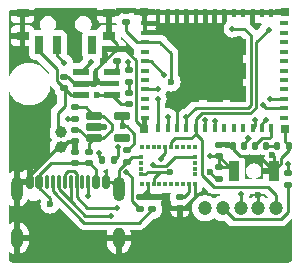
<source format=gtl>
G04 #@! TF.GenerationSoftware,KiCad,Pcbnew,8.0.2-8.0.2-0~ubuntu22.04.1*
G04 #@! TF.CreationDate,2024-06-05T03:13:53-07:00*
G04 #@! TF.ProjectId,uSlime,75536c69-6d65-42e6-9b69-6361645f7063,rev?*
G04 #@! TF.SameCoordinates,Original*
G04 #@! TF.FileFunction,Copper,L1,Top*
G04 #@! TF.FilePolarity,Positive*
%FSLAX46Y46*%
G04 Gerber Fmt 4.6, Leading zero omitted, Abs format (unit mm)*
G04 Created by KiCad (PCBNEW 8.0.2-8.0.2-0~ubuntu22.04.1) date 2024-06-05 03:13:53*
%MOMM*%
%LPD*%
G01*
G04 APERTURE LIST*
G04 Aperture macros list*
%AMRoundRect*
0 Rectangle with rounded corners*
0 $1 Rounding radius*
0 $2 $3 $4 $5 $6 $7 $8 $9 X,Y pos of 4 corners*
0 Add a 4 corners polygon primitive as box body*
4,1,4,$2,$3,$4,$5,$6,$7,$8,$9,$2,$3,0*
0 Add four circle primitives for the rounded corners*
1,1,$1+$1,$2,$3*
1,1,$1+$1,$4,$5*
1,1,$1+$1,$6,$7*
1,1,$1+$1,$8,$9*
0 Add four rect primitives between the rounded corners*
20,1,$1+$1,$2,$3,$4,$5,0*
20,1,$1+$1,$4,$5,$6,$7,0*
20,1,$1+$1,$6,$7,$8,$9,0*
20,1,$1+$1,$8,$9,$2,$3,0*%
%AMFreePoly0*
4,1,6,0.725000,-0.725000,-0.725000,-0.725000,-0.725000,0.125000,-0.125000,0.725000,0.725000,0.725000,0.725000,-0.725000,0.725000,-0.725000,$1*%
G04 Aperture macros list end*
G04 #@! TA.AperFunction,SMDPad,CuDef*
%ADD10RoundRect,0.147500X-0.172500X0.147500X-0.172500X-0.147500X0.172500X-0.147500X0.172500X0.147500X0*%
G04 #@! TD*
G04 #@! TA.AperFunction,SMDPad,CuDef*
%ADD11RoundRect,0.140000X0.170000X-0.140000X0.170000X0.140000X-0.170000X0.140000X-0.170000X-0.140000X0*%
G04 #@! TD*
G04 #@! TA.AperFunction,ComponentPad*
%ADD12C,1.200000*%
G04 #@! TD*
G04 #@! TA.AperFunction,SMDPad,CuDef*
%ADD13RoundRect,0.135000X0.185000X-0.135000X0.185000X0.135000X-0.185000X0.135000X-0.185000X-0.135000X0*%
G04 #@! TD*
G04 #@! TA.AperFunction,SMDPad,CuDef*
%ADD14RoundRect,0.135000X-0.185000X0.135000X-0.185000X-0.135000X0.185000X-0.135000X0.185000X0.135000X0*%
G04 #@! TD*
G04 #@! TA.AperFunction,SMDPad,CuDef*
%ADD15RoundRect,0.140000X-0.170000X0.140000X-0.170000X-0.140000X0.170000X-0.140000X0.170000X0.140000X0*%
G04 #@! TD*
G04 #@! TA.AperFunction,SMDPad,CuDef*
%ADD16RoundRect,0.150000X-0.150000X-0.425000X0.150000X-0.425000X0.150000X0.425000X-0.150000X0.425000X0*%
G04 #@! TD*
G04 #@! TA.AperFunction,SMDPad,CuDef*
%ADD17RoundRect,0.075000X-0.075000X-0.500000X0.075000X-0.500000X0.075000X0.500000X-0.075000X0.500000X0*%
G04 #@! TD*
G04 #@! TA.AperFunction,ComponentPad*
%ADD18O,1.000000X2.100000*%
G04 #@! TD*
G04 #@! TA.AperFunction,ComponentPad*
%ADD19O,1.000000X1.800000*%
G04 #@! TD*
G04 #@! TA.AperFunction,SMDPad,CuDef*
%ADD20RoundRect,0.135000X-0.135000X-0.185000X0.135000X-0.185000X0.135000X0.185000X-0.135000X0.185000X0*%
G04 #@! TD*
G04 #@! TA.AperFunction,SMDPad,CuDef*
%ADD21R,0.304800X0.431800*%
G04 #@! TD*
G04 #@! TA.AperFunction,SMDPad,CuDef*
%ADD22R,0.431800X0.304800*%
G04 #@! TD*
G04 #@! TA.AperFunction,SMDPad,CuDef*
%ADD23RoundRect,0.147500X0.147500X0.172500X-0.147500X0.172500X-0.147500X-0.172500X0.147500X-0.172500X0*%
G04 #@! TD*
G04 #@! TA.AperFunction,SMDPad,CuDef*
%ADD24RoundRect,0.135000X0.135000X0.185000X-0.135000X0.185000X-0.135000X-0.185000X0.135000X-0.185000X0*%
G04 #@! TD*
G04 #@! TA.AperFunction,SMDPad,CuDef*
%ADD25RoundRect,0.140000X0.140000X0.170000X-0.140000X0.170000X-0.140000X-0.170000X0.140000X-0.170000X0*%
G04 #@! TD*
G04 #@! TA.AperFunction,SMDPad,CuDef*
%ADD26R,1.320800X0.508000*%
G04 #@! TD*
G04 #@! TA.AperFunction,SMDPad,CuDef*
%ADD27R,0.800000X0.400000*%
G04 #@! TD*
G04 #@! TA.AperFunction,SMDPad,CuDef*
%ADD28R,0.400000X0.800000*%
G04 #@! TD*
G04 #@! TA.AperFunction,SMDPad,CuDef*
%ADD29FreePoly0,0.000000*%
G04 #@! TD*
G04 #@! TA.AperFunction,SMDPad,CuDef*
%ADD30R,1.450000X1.450000*%
G04 #@! TD*
G04 #@! TA.AperFunction,SMDPad,CuDef*
%ADD31R,0.700000X0.700000*%
G04 #@! TD*
G04 #@! TA.AperFunction,SMDPad,CuDef*
%ADD32R,0.700000X1.500000*%
G04 #@! TD*
G04 #@! TA.AperFunction,SMDPad,CuDef*
%ADD33R,1.000000X0.800000*%
G04 #@! TD*
G04 #@! TA.AperFunction,SMDPad,CuDef*
%ADD34R,0.900000X1.700000*%
G04 #@! TD*
G04 #@! TA.AperFunction,ComponentPad*
%ADD35C,1.000000*%
G04 #@! TD*
G04 #@! TA.AperFunction,SMDPad,CuDef*
%ADD36RoundRect,0.045000X-0.630000X0.255000X-0.630000X-0.255000X0.630000X-0.255000X0.630000X0.255000X0*%
G04 #@! TD*
G04 #@! TA.AperFunction,ViaPad*
%ADD37C,0.600000*%
G04 #@! TD*
G04 #@! TA.AperFunction,ViaPad*
%ADD38C,0.500000*%
G04 #@! TD*
G04 #@! TA.AperFunction,Conductor*
%ADD39C,0.254000*%
G04 #@! TD*
G04 APERTURE END LIST*
D10*
X107950000Y-102015000D03*
X107950000Y-102985000D03*
D11*
X119000000Y-102380000D03*
X119000000Y-101420000D03*
D12*
X117795000Y-106800000D03*
X119295000Y-106800000D03*
X120795000Y-106800000D03*
X122295000Y-106800000D03*
X123795000Y-106800000D03*
D13*
X111300000Y-96160000D03*
X111300000Y-95140000D03*
D11*
X105850000Y-96630000D03*
X105850000Y-95670000D03*
X111100000Y-91030000D03*
X111100000Y-90070000D03*
D14*
X119000000Y-103290000D03*
X119000000Y-104310000D03*
D15*
X106800000Y-100150000D03*
X106800000Y-101110000D03*
D16*
X102950000Y-104570000D03*
X103750000Y-104570000D03*
D17*
X104900000Y-104570000D03*
X105900000Y-104570000D03*
X106400000Y-104570000D03*
X107400000Y-104570000D03*
D16*
X108550000Y-104570000D03*
X109350000Y-104570000D03*
X109350000Y-104570000D03*
X108550000Y-104570000D03*
D17*
X107900000Y-104570000D03*
X106900000Y-104570000D03*
X105400000Y-104570000D03*
X104400000Y-104570000D03*
D16*
X103750000Y-104570000D03*
X102950000Y-104570000D03*
D18*
X101830000Y-105145000D03*
D19*
X101830000Y-109325000D03*
D18*
X110470000Y-105145000D03*
D19*
X110470000Y-109325000D03*
D14*
X112300000Y-105890000D03*
X112300000Y-106910000D03*
D10*
X106800000Y-98265000D03*
X106800000Y-99235000D03*
D15*
X111200000Y-102880000D03*
X111200000Y-101920000D03*
D20*
X109090000Y-102750000D03*
X110110000Y-102750000D03*
D13*
X110300000Y-94310000D03*
X110300000Y-93290000D03*
D21*
X112413999Y-104787500D03*
X112914001Y-104787500D03*
X113414000Y-104787500D03*
X113913999Y-104787500D03*
X114414000Y-104787500D03*
X114914000Y-104787500D03*
X115414001Y-104787500D03*
X115914000Y-104787500D03*
X116413999Y-104787500D03*
X116914001Y-104787500D03*
D22*
X116950000Y-103950001D03*
X116950000Y-103450000D03*
X116950000Y-102950000D03*
X116950000Y-102449999D03*
D21*
X116914001Y-101612500D03*
X116413999Y-101612500D03*
X115914000Y-101612500D03*
X115414001Y-101612500D03*
X114914000Y-101612500D03*
X114414000Y-101612500D03*
X113913999Y-101612500D03*
X113414000Y-101612500D03*
X112914001Y-101612500D03*
X112413999Y-101612500D03*
D22*
X112378000Y-102449999D03*
X112378000Y-102950000D03*
X112378000Y-103450000D03*
X112378000Y-103950001D03*
D23*
X122967500Y-101500000D03*
X121997500Y-101500000D03*
D11*
X115650000Y-106830000D03*
X115650000Y-105870000D03*
D24*
X124892500Y-101500000D03*
X123872500Y-101500000D03*
D14*
X124800000Y-103840000D03*
X124800000Y-104860000D03*
D25*
X121097500Y-101500000D03*
X120137500Y-101500000D03*
D14*
X113300000Y-105890000D03*
X113300000Y-106910000D03*
D26*
X107304600Y-95299999D03*
X107304600Y-96250000D03*
X107304600Y-97200001D03*
X109895400Y-97200001D03*
X109895400Y-95299999D03*
D27*
X112700000Y-91150000D03*
X112700000Y-91950000D03*
X112700000Y-92750000D03*
X112700000Y-93550000D03*
X112700000Y-94350000D03*
X112700000Y-95150000D03*
X112700000Y-95950000D03*
X112700000Y-96750000D03*
X112700000Y-97550000D03*
X112700000Y-98350000D03*
X112700000Y-99150000D03*
D28*
X113800000Y-100050000D03*
X114600000Y-100050000D03*
X115400000Y-100050000D03*
X116200000Y-100050000D03*
X117000000Y-100050000D03*
X117800000Y-100050000D03*
X118600000Y-100050000D03*
X119400000Y-100050000D03*
X120200000Y-100050000D03*
X121000000Y-100050000D03*
X121800000Y-100050000D03*
X122600000Y-100050000D03*
X123400000Y-100050000D03*
D27*
X124500000Y-99150000D03*
X124500000Y-98350000D03*
X124500000Y-97550000D03*
X124500000Y-96750000D03*
X124500000Y-95950000D03*
X124500000Y-95150000D03*
X124500000Y-94350000D03*
X124500000Y-93550000D03*
X124500000Y-92750000D03*
X124500000Y-91950000D03*
X124500000Y-91150000D03*
D28*
X123400000Y-90250000D03*
X122600000Y-90250000D03*
X121800000Y-90250000D03*
X121000000Y-90250000D03*
X120200000Y-90250000D03*
X119400000Y-90250000D03*
X118600000Y-90250000D03*
X117800000Y-90250000D03*
X117000000Y-90250000D03*
X116200000Y-90250000D03*
X115400000Y-90250000D03*
X114600000Y-90250000D03*
X113800000Y-90250000D03*
D29*
X116625000Y-93175000D03*
D30*
X116625000Y-95150000D03*
X116625000Y-97125000D03*
X118600000Y-93175000D03*
X118600000Y-95150000D03*
X118600000Y-97125000D03*
X120575000Y-93175000D03*
X120575000Y-95150000D03*
X120575000Y-97125000D03*
D31*
X124550000Y-90200000D03*
X124550000Y-100100000D03*
X112650000Y-100100000D03*
X112650000Y-90200000D03*
D32*
X105225000Y-92975000D03*
D33*
X109625000Y-92190000D03*
X109625000Y-90260000D03*
X102325000Y-92190000D03*
X102325000Y-90260000D03*
D32*
X103725000Y-92975000D03*
X108225000Y-92975000D03*
D34*
X123600000Y-103650000D03*
X120200000Y-103650000D03*
D35*
X105619000Y-100375000D03*
X105619000Y-101625000D03*
D36*
X108415000Y-99000000D03*
X108415000Y-99950000D03*
X108415000Y-100900000D03*
X110785000Y-100900000D03*
X110785000Y-99000000D03*
D10*
X111300000Y-97985000D03*
X111300000Y-97015000D03*
D11*
X106800000Y-102980000D03*
X106800000Y-102020000D03*
D37*
X122300000Y-105677000D03*
X109223000Y-99950000D03*
X108400000Y-96250000D03*
X123464941Y-102261223D03*
X115000000Y-91950000D03*
D38*
X113800000Y-96750000D03*
X118170000Y-102380000D03*
X122899255Y-99315257D03*
X121454947Y-100875981D03*
D37*
X108650000Y-97200000D03*
X104650000Y-106450000D03*
D38*
X124824631Y-103052239D03*
X122023000Y-99378037D03*
X122658000Y-98040369D03*
X123300000Y-97550000D03*
X110350000Y-106750000D03*
X118600000Y-99400000D03*
X109850000Y-107450003D03*
X117800000Y-99350000D03*
X113350000Y-103150000D03*
X114604027Y-99054027D03*
X123150000Y-91700000D03*
X120100000Y-91600000D03*
X116200000Y-99114218D03*
X114044598Y-102650000D03*
D37*
X118177000Y-103750000D03*
X114850000Y-103750000D03*
X110800000Y-99850000D03*
X114900000Y-96123000D03*
D38*
X114323000Y-95500000D03*
X120795000Y-105605000D03*
X113766999Y-97550000D03*
X110446328Y-101650000D03*
X107900000Y-105750000D03*
X111123000Y-103700000D03*
X111250000Y-94450000D03*
X108150000Y-94400000D03*
X105850000Y-94500000D03*
X108760000Y-102123000D03*
X106175000Y-99225000D03*
D39*
X106800000Y-98265000D02*
X107680000Y-98265000D01*
X107680000Y-98265000D02*
X108415000Y-99000000D01*
X106175000Y-99225000D02*
X106790000Y-99225000D01*
X106790000Y-99225000D02*
X106800000Y-99235000D01*
X108415000Y-99000000D02*
X109159712Y-99000000D01*
X109159712Y-99000000D02*
X109861333Y-99701621D01*
X109861333Y-99701621D02*
X109861333Y-100198379D01*
X109861333Y-100198379D02*
X109159712Y-100900000D01*
X109159712Y-100900000D02*
X108415000Y-100900000D01*
X111126998Y-102880000D02*
X110470000Y-103536998D01*
X115000000Y-91950000D02*
X115400000Y-91950000D01*
X111200000Y-102880000D02*
X111126998Y-102880000D01*
X112300000Y-105890000D02*
X113300000Y-105890000D01*
X112914001Y-105275999D02*
X112300000Y-105890000D01*
X102950000Y-104570000D02*
X102405000Y-104570000D01*
X112700000Y-91950000D02*
X112700000Y-90250000D01*
X112650000Y-100100000D02*
X112650000Y-99200000D01*
X124550000Y-100100000D02*
X124550000Y-101157500D01*
X115030000Y-106830000D02*
X115650000Y-106830000D01*
X111630001Y-102449999D02*
X111200000Y-102880000D01*
X106739999Y-96250000D02*
X107304600Y-96250000D01*
X111947000Y-99397000D02*
X111947000Y-94297000D01*
X112914001Y-104787500D02*
X112914001Y-105504001D01*
X115400000Y-91950000D02*
X116625000Y-93175000D01*
X102950000Y-104570000D02*
X102950000Y-103995001D01*
X102405000Y-104570000D02*
X101830000Y-105145000D01*
X123600000Y-103650000D02*
X124250000Y-103000000D01*
X122295000Y-105682000D02*
X122300000Y-105677000D01*
X115650000Y-106830000D02*
X115959999Y-106830000D01*
X112378000Y-102449999D02*
X111630001Y-102449999D01*
X106800000Y-102015000D02*
X106869318Y-102015000D01*
X112914001Y-104787500D02*
X112914001Y-105275999D01*
X108415000Y-99950000D02*
X109223000Y-99950000D01*
X122350000Y-102400000D02*
X123600000Y-103650000D01*
X109350000Y-104570000D02*
X109895000Y-104570000D01*
X105320001Y-101625000D02*
X105619000Y-101625000D01*
X111947000Y-94297000D02*
X110940000Y-93290000D01*
X101830000Y-109325000D02*
X101830000Y-105145000D01*
X115400000Y-100050000D02*
X115400000Y-98350000D01*
X102950000Y-103995001D02*
X105320001Y-101625000D01*
X106134000Y-101110000D02*
X106800000Y-101110000D01*
X124250000Y-102550000D02*
X124892500Y-101907500D01*
X112520000Y-90070000D02*
X112650000Y-90200000D01*
X112700000Y-90250000D02*
X112650000Y-90200000D01*
X109895000Y-104570000D02*
X110470000Y-105145000D01*
X119000000Y-101420000D02*
X120057500Y-101420000D01*
X110940000Y-93290000D02*
X110300000Y-93290000D01*
X113300000Y-105890000D02*
X114090000Y-105890000D01*
X115959999Y-106830000D02*
X116914001Y-105875998D01*
X111100000Y-90070000D02*
X112520000Y-90070000D01*
X112914001Y-105504001D02*
X113300000Y-105890000D01*
X109625000Y-90260000D02*
X109625000Y-92190000D01*
X106800000Y-102020000D02*
X106800000Y-101110000D01*
X116914001Y-105875998D02*
X116914001Y-104787500D01*
X110300000Y-92865000D02*
X109625000Y-92190000D01*
X108400000Y-96250000D02*
X107304600Y-96250000D01*
X108400000Y-95190000D02*
X110300000Y-93290000D01*
X114090000Y-105890000D02*
X115030000Y-106830000D01*
X120137500Y-101809999D02*
X120727501Y-102400000D01*
X102325000Y-90260000D02*
X102325000Y-92190000D01*
X102325000Y-90260000D02*
X109625000Y-90260000D01*
X123600000Y-103650000D02*
X123600000Y-102396282D01*
X110470000Y-109325000D02*
X101830000Y-109325000D01*
X110300000Y-93290000D02*
X110300000Y-92865000D01*
X124250000Y-103000000D02*
X124250000Y-102550000D01*
X112650000Y-100100000D02*
X111947000Y-99397000D01*
X124892500Y-101907500D02*
X124892500Y-101500000D01*
X115400000Y-98350000D02*
X116625000Y-97125000D01*
X115000000Y-91950000D02*
X112700000Y-91950000D01*
X105619000Y-101625000D02*
X106134000Y-101110000D01*
X106159999Y-95670000D02*
X106739999Y-96250000D01*
X109815000Y-90070000D02*
X109625000Y-90260000D01*
X120727501Y-102400000D02*
X122350000Y-102400000D01*
X120137500Y-101500000D02*
X120137500Y-101809999D01*
X112650000Y-99200000D02*
X112700000Y-99150000D01*
X105850000Y-95670000D02*
X106159999Y-95670000D01*
X112650000Y-90200000D02*
X124550000Y-90200000D01*
X120057500Y-101420000D02*
X120137500Y-101500000D01*
X123600000Y-102396282D02*
X123464941Y-102261223D01*
X122295000Y-106800000D02*
X122295000Y-105682000D01*
X111100000Y-90070000D02*
X109815000Y-90070000D01*
X108400000Y-96250000D02*
X108400000Y-95190000D01*
X124550000Y-101157500D02*
X124892500Y-101500000D01*
X110470000Y-103536998D02*
X110470000Y-105145000D01*
X103725000Y-92975000D02*
X103725000Y-93525000D01*
X105213000Y-96022801D02*
X106390200Y-97200001D01*
X105323000Y-100079000D02*
X105619000Y-100375000D01*
X105900000Y-98183998D02*
X105323000Y-98760998D01*
X105323000Y-98760998D02*
X105323000Y-100079000D01*
X105900000Y-96680000D02*
X105900000Y-98183998D01*
X106390200Y-97200001D02*
X107304600Y-97200001D01*
X105213000Y-95013000D02*
X105213000Y-96022801D01*
X103725000Y-93525000D02*
X105213000Y-95013000D01*
X105850000Y-96630000D02*
X105900000Y-96680000D01*
X119840000Y-103290000D02*
X120200000Y-103650000D01*
X119000000Y-102380000D02*
X119000000Y-102450000D01*
X119000000Y-102450000D02*
X120200000Y-103650000D01*
X118170000Y-102380000D02*
X119000000Y-102380000D01*
X119000000Y-103290000D02*
X119840000Y-103290000D01*
X113800000Y-96750000D02*
X112700000Y-96750000D01*
X119000000Y-102380000D02*
X119000000Y-103290000D01*
X121097500Y-101321572D02*
X121548771Y-100870301D01*
X122899255Y-99315257D02*
X122600000Y-99614512D01*
X121460627Y-100870301D02*
X121454947Y-100875981D01*
X122600000Y-99614512D02*
X122600000Y-100050000D01*
X121097500Y-101500000D02*
X121097500Y-101321572D01*
X121548771Y-100870301D02*
X121460627Y-100870301D01*
X106800000Y-102985000D02*
X104760001Y-102985000D01*
X108550000Y-103530000D02*
X108550000Y-104570000D01*
X104650000Y-106450000D02*
X104650000Y-105965592D01*
X103750000Y-103995001D02*
X103750000Y-104570000D01*
X110680399Y-97985000D02*
X111300000Y-97985000D01*
X109895400Y-97200001D02*
X108650001Y-97200001D01*
X107705000Y-102985000D02*
X107720000Y-103000000D01*
X103750000Y-105065592D02*
X103750000Y-104570000D01*
X108650001Y-97200001D02*
X108650000Y-97200000D01*
X108020000Y-103000000D02*
X108550000Y-103530000D01*
X104760001Y-102985000D02*
X103750000Y-103995001D01*
X104650000Y-105965592D02*
X103750000Y-105065592D01*
X109895400Y-97200001D02*
X110680399Y-97985000D01*
X107720000Y-103000000D02*
X108020000Y-103000000D01*
X106800000Y-102985000D02*
X107705000Y-102985000D01*
X111300000Y-97015000D02*
X111300000Y-96160000D01*
X124800000Y-103840000D02*
X124800000Y-103050000D01*
X124822392Y-103050000D02*
X124824631Y-103052239D01*
X122023000Y-99827000D02*
X121800000Y-100050000D01*
X124800000Y-103050000D02*
X124822392Y-103050000D01*
X122023000Y-99378037D02*
X122023000Y-99827000D01*
X107859999Y-100900000D02*
X108415000Y-100900000D01*
X107950000Y-102015000D02*
X107950000Y-101365000D01*
X107109999Y-100150000D02*
X107859999Y-100900000D01*
X107984318Y-100900000D02*
X108415000Y-100900000D01*
X106800000Y-100150000D02*
X107109999Y-100150000D01*
X107950000Y-101365000D02*
X108415000Y-100900000D01*
X122967631Y-98350000D02*
X124500000Y-98350000D01*
X122658000Y-98040369D02*
X122967631Y-98350000D01*
X123300000Y-97550000D02*
X124500000Y-97550000D01*
X107750000Y-106750000D02*
X106900000Y-105900000D01*
X105900000Y-104570000D02*
X105900000Y-103924408D01*
X110350000Y-106750000D02*
X107750000Y-106750000D01*
X118600000Y-100050000D02*
X118600000Y-99400000D01*
X106156408Y-103668000D02*
X106643592Y-103668000D01*
X106643592Y-103668000D02*
X106900000Y-103924408D01*
X106900000Y-105900000D02*
X106900000Y-104570000D01*
X106900000Y-103924408D02*
X106900000Y-104570000D01*
X105900000Y-103924408D02*
X106156408Y-103668000D01*
X115650000Y-105870000D02*
X115959999Y-105870000D01*
X116413999Y-105416000D02*
X116413999Y-104787500D01*
X115959999Y-105870000D02*
X116413999Y-105416000D01*
X117800000Y-99350000D02*
X117800000Y-100050000D01*
X106592204Y-106407796D02*
X105400000Y-105215592D01*
X109850000Y-107450003D02*
X109849997Y-107450000D01*
X105400000Y-105215592D02*
X105400000Y-104570000D01*
X109849997Y-107450000D02*
X107634408Y-107450000D01*
X106400000Y-104570000D02*
X106400000Y-106215592D01*
X107634408Y-107450000D02*
X106592204Y-106407796D01*
X106400000Y-106215592D02*
X106592204Y-106407796D01*
X114604027Y-99591973D02*
X114600000Y-99596000D01*
X114486288Y-103227000D02*
X115263289Y-102449999D01*
X115263289Y-102449999D02*
X116950000Y-102449999D01*
X113350000Y-103150000D02*
X113427000Y-103227000D01*
X114604027Y-99054027D02*
X114604027Y-99591973D01*
X113427000Y-103227000D02*
X114486288Y-103227000D01*
X114600000Y-99596000D02*
X114600000Y-100050000D01*
X116600000Y-100900000D02*
X117000000Y-100500000D01*
X123100000Y-105000000D02*
X123795000Y-105695000D01*
X118540288Y-105000000D02*
X123100000Y-105000000D01*
X123795000Y-105695000D02*
X123795000Y-106800000D01*
X114914000Y-101612500D02*
X114914000Y-101214000D01*
X117000000Y-100500000D02*
X117000000Y-100050000D01*
X122081000Y-92769000D02*
X123150000Y-91700000D01*
X117000000Y-99250000D02*
X117496000Y-98754000D01*
X117496000Y-98754000D02*
X121611052Y-98754000D01*
X121611052Y-98754000D02*
X122081000Y-98284052D01*
X117550000Y-101050000D02*
X117550000Y-104009712D01*
X115228000Y-100900000D02*
X116600000Y-100900000D01*
X117000000Y-100050000D02*
X117000000Y-99250000D01*
X117550000Y-104009712D02*
X118540288Y-105000000D01*
X122081000Y-98284052D02*
X122081000Y-92769000D01*
X114914000Y-101214000D02*
X115228000Y-100900000D01*
X117000000Y-100500000D02*
X117550000Y-101050000D01*
X121423000Y-98300000D02*
X117014218Y-98300000D01*
X120100000Y-91600000D02*
X121104000Y-91600000D01*
X117014218Y-98300000D02*
X116200000Y-99114218D01*
X116200000Y-99114218D02*
X116200000Y-100050000D01*
X121627000Y-92123000D02*
X121627000Y-98096000D01*
X121104000Y-91600000D02*
X121627000Y-92123000D01*
X121627000Y-98096000D02*
X121423000Y-98300000D01*
X114414000Y-102134799D02*
X114414000Y-101612500D01*
X114044598Y-102650000D02*
X114044598Y-102504201D01*
X114044598Y-102504201D02*
X114414000Y-102134799D01*
X124800000Y-107105976D02*
X124178976Y-107727000D01*
X120222000Y-107727000D02*
X119295000Y-106800000D01*
X111787000Y-101333000D02*
X111200000Y-101920000D01*
X114900000Y-96123000D02*
X114900000Y-93700000D01*
X118177000Y-103750000D02*
X118737000Y-104310000D01*
X111787000Y-100489666D02*
X111787000Y-101333000D01*
X111147334Y-99850000D02*
X111787000Y-100489666D01*
X112700000Y-92750000D02*
X114000000Y-92750000D01*
X114000000Y-92800000D02*
X114000000Y-92750000D01*
X113944600Y-103750000D02*
X113414000Y-104280600D01*
X112720899Y-103950001D02*
X112378000Y-103950001D01*
X124800000Y-104860000D02*
X124800000Y-107105976D01*
X124178976Y-107727000D02*
X120222000Y-107727000D01*
X112920900Y-103750000D02*
X112720899Y-103950001D01*
X112046000Y-92750000D02*
X112700000Y-92750000D01*
X110800000Y-99850000D02*
X111147334Y-99850000D01*
X114900000Y-93700000D02*
X114000000Y-92800000D01*
X110785000Y-99835000D02*
X110785000Y-99000000D01*
X114850000Y-103750000D02*
X113944600Y-103750000D01*
X111100000Y-91804000D02*
X112046000Y-92750000D01*
X113414000Y-104280600D02*
X113414000Y-104787500D01*
X118737000Y-104310000D02*
X119000000Y-104310000D01*
X110800000Y-99850000D02*
X110785000Y-99835000D01*
X114850000Y-103750000D02*
X112920900Y-103750000D01*
X111100000Y-91030000D02*
X111100000Y-91804000D01*
X113173000Y-94350000D02*
X112700000Y-94350000D01*
X114323000Y-95500000D02*
X113173000Y-94350000D01*
X120795000Y-106800000D02*
X120795000Y-105605000D01*
X110110000Y-102750000D02*
X110446328Y-102413672D01*
X110446328Y-102413672D02*
X110446328Y-101650000D01*
X113766999Y-97550000D02*
X113800000Y-97583001D01*
X113800000Y-97583001D02*
X113800000Y-100050000D01*
X107900000Y-104570000D02*
X107900000Y-105750000D01*
X111600000Y-106210000D02*
X112300000Y-106910000D01*
X111123000Y-103700000D02*
X111600000Y-104177000D01*
X111600000Y-104177000D02*
X111600000Y-106210000D01*
X112182997Y-108027003D02*
X107569359Y-108027003D01*
X104900000Y-105357644D02*
X104900000Y-104570000D01*
X113300000Y-106910000D02*
X112182997Y-108027003D01*
X107569359Y-108027003D02*
X104900000Y-105357644D01*
X111250000Y-94450000D02*
X111250000Y-95090000D01*
X111250000Y-95090000D02*
X111300000Y-95140000D01*
X107304600Y-95299999D02*
X107304600Y-95245400D01*
X107304600Y-95245400D02*
X108150000Y-94400000D01*
X110300000Y-94895399D02*
X109895400Y-95299999D01*
X110300000Y-94310000D02*
X110300000Y-94895399D01*
X123251000Y-100853000D02*
X123400000Y-100704000D01*
X121997500Y-101474868D02*
X122619368Y-100853000D01*
X123400000Y-100704000D02*
X123400000Y-100050000D01*
X121997500Y-101500000D02*
X121997500Y-101474868D01*
X122619368Y-100853000D02*
X123251000Y-100853000D01*
X123872500Y-101500000D02*
X122967500Y-101500000D01*
X105225000Y-93875000D02*
X105850000Y-94500000D01*
X108760000Y-102420000D02*
X108760000Y-102123000D01*
X109090000Y-102750000D02*
X108760000Y-102420000D01*
X105225000Y-92975000D02*
X105225000Y-93875000D01*
G04 #@! TA.AperFunction,Conductor*
G36*
X117650049Y-104997180D02*
G01*
X118052877Y-105400008D01*
X118140280Y-105487411D01*
X118243055Y-105556083D01*
X118290358Y-105575676D01*
X118357254Y-105603386D01*
X118478485Y-105627500D01*
X118602091Y-105627500D01*
X119049397Y-105627500D01*
X119084045Y-105641852D01*
X119098397Y-105676500D01*
X119084045Y-105711148D01*
X119058403Y-105724664D01*
X118992544Y-105736976D01*
X118992540Y-105736977D01*
X118992537Y-105736978D01*
X118802366Y-105810650D01*
X118628957Y-105918020D01*
X118578011Y-105964463D01*
X118542736Y-105977199D01*
X118511989Y-105964463D01*
X118461042Y-105918020D01*
X118461041Y-105918019D01*
X118287637Y-105810652D01*
X118287634Y-105810651D01*
X118287633Y-105810650D01*
X118097462Y-105736978D01*
X118097460Y-105736977D01*
X118097456Y-105736976D01*
X117896976Y-105699500D01*
X117693024Y-105699500D01*
X117492544Y-105736976D01*
X117492540Y-105736977D01*
X117492537Y-105736978D01*
X117302366Y-105810650D01*
X117128954Y-105918022D01*
X116978236Y-106055420D01*
X116978233Y-106055423D01*
X116855328Y-106218177D01*
X116855325Y-106218181D01*
X116764420Y-106400744D01*
X116764417Y-106400751D01*
X116708603Y-106596914D01*
X116708602Y-106596920D01*
X116689785Y-106800000D01*
X116708602Y-107003079D01*
X116708603Y-107003085D01*
X116764417Y-107199248D01*
X116764420Y-107199255D01*
X116855325Y-107381818D01*
X116855328Y-107381822D01*
X116978233Y-107544576D01*
X116978236Y-107544579D01*
X117128954Y-107681977D01*
X117128955Y-107681978D01*
X117128959Y-107681981D01*
X117302363Y-107789348D01*
X117492544Y-107863024D01*
X117693024Y-107900500D01*
X117693026Y-107900500D01*
X117896974Y-107900500D01*
X117896976Y-107900500D01*
X118097456Y-107863024D01*
X118287637Y-107789348D01*
X118461041Y-107681981D01*
X118511990Y-107635534D01*
X118547262Y-107622798D01*
X118578008Y-107635533D01*
X118628959Y-107681981D01*
X118802363Y-107789348D01*
X118992544Y-107863024D01*
X119193024Y-107900500D01*
X119193026Y-107900500D01*
X119396974Y-107900500D01*
X119396976Y-107900500D01*
X119465194Y-107887747D01*
X119501889Y-107895488D01*
X119508846Y-107901265D01*
X119821992Y-108214411D01*
X119924763Y-108283081D01*
X119924765Y-108283082D01*
X119924767Y-108283083D01*
X119958215Y-108296937D01*
X120038965Y-108330386D01*
X120160197Y-108354500D01*
X120160200Y-108354500D01*
X124240776Y-108354500D01*
X124240779Y-108354500D01*
X124362011Y-108330386D01*
X124442758Y-108296938D01*
X124442759Y-108296938D01*
X124455115Y-108291819D01*
X124476209Y-108283083D01*
X124578984Y-108214411D01*
X124666387Y-108127008D01*
X125064753Y-107728641D01*
X125099399Y-107714290D01*
X125134047Y-107728642D01*
X125148399Y-107763273D01*
X125149499Y-110947237D01*
X125149191Y-110952741D01*
X125137593Y-111055666D01*
X125135151Y-111066362D01*
X125101858Y-111161512D01*
X125097097Y-111171399D01*
X125043461Y-111256759D01*
X125036620Y-111265337D01*
X124965337Y-111336620D01*
X124956759Y-111343461D01*
X124871399Y-111397097D01*
X124861512Y-111401858D01*
X124766362Y-111435151D01*
X124755666Y-111437593D01*
X124659877Y-111448386D01*
X124652732Y-111449192D01*
X124647247Y-111449500D01*
X101652753Y-111449500D01*
X101647267Y-111449192D01*
X101639061Y-111448267D01*
X101544333Y-111437593D01*
X101533637Y-111435151D01*
X101469221Y-111412612D01*
X101438484Y-111401856D01*
X101428603Y-111397098D01*
X101343240Y-111343461D01*
X101334662Y-111336620D01*
X101263379Y-111265337D01*
X101256538Y-111256759D01*
X101202899Y-111171393D01*
X101198144Y-111161519D01*
X101164847Y-111066361D01*
X101162406Y-111055665D01*
X101150808Y-110952733D01*
X101150500Y-110947247D01*
X101150500Y-110565335D01*
X101164852Y-110530687D01*
X101199500Y-110516335D01*
X101226723Y-110524593D01*
X101356325Y-110611190D01*
X101538310Y-110686570D01*
X101580000Y-110694862D01*
X101580000Y-109891988D01*
X101589940Y-109909205D01*
X101645795Y-109965060D01*
X101714204Y-110004556D01*
X101790504Y-110025000D01*
X101869496Y-110025000D01*
X101945796Y-110004556D01*
X102014205Y-109965060D01*
X102070060Y-109909205D01*
X102080000Y-109891988D01*
X102080000Y-110694862D01*
X102121689Y-110686570D01*
X102121690Y-110686570D01*
X102303674Y-110611190D01*
X102467460Y-110501753D01*
X102606753Y-110362460D01*
X102716190Y-110198674D01*
X102791570Y-110016690D01*
X102791570Y-110016689D01*
X102830000Y-109823487D01*
X102830000Y-109575000D01*
X102130000Y-109575000D01*
X102130000Y-109075000D01*
X102830000Y-109075000D01*
X102830000Y-108826512D01*
X102791570Y-108633310D01*
X102791570Y-108633309D01*
X102716190Y-108451325D01*
X102606753Y-108287539D01*
X102467460Y-108148246D01*
X102303674Y-108038809D01*
X102121691Y-107963429D01*
X102121682Y-107963426D01*
X102080000Y-107955135D01*
X102080000Y-108758011D01*
X102070060Y-108740795D01*
X102014205Y-108684940D01*
X101945796Y-108645444D01*
X101869496Y-108625000D01*
X101790504Y-108625000D01*
X101714204Y-108645444D01*
X101645795Y-108684940D01*
X101589940Y-108740795D01*
X101580000Y-108758011D01*
X101580000Y-107955135D01*
X101579999Y-107955135D01*
X101538317Y-107963426D01*
X101538308Y-107963429D01*
X101356325Y-108038809D01*
X101226723Y-108125406D01*
X101189940Y-108132722D01*
X101158758Y-108111887D01*
X101150500Y-108084664D01*
X101150500Y-106535335D01*
X101164852Y-106500687D01*
X101199500Y-106486335D01*
X101226723Y-106494593D01*
X101356325Y-106581190D01*
X101538310Y-106656570D01*
X101580000Y-106664862D01*
X101580000Y-105861988D01*
X101589940Y-105879205D01*
X101645795Y-105935060D01*
X101714204Y-105974556D01*
X101790504Y-105995000D01*
X101869496Y-105995000D01*
X101945796Y-105974556D01*
X102014205Y-105935060D01*
X102070060Y-105879205D01*
X102080000Y-105861988D01*
X102080000Y-106664862D01*
X102121689Y-106656570D01*
X102121690Y-106656570D01*
X102303674Y-106581190D01*
X102467460Y-106471753D01*
X102606753Y-106332460D01*
X102716190Y-106168674D01*
X102762405Y-106057101D01*
X102788923Y-106030582D01*
X102826426Y-106030582D01*
X102842323Y-106041204D01*
X102875810Y-106074690D01*
X102906635Y-106105515D01*
X102936054Y-106122500D01*
X103037862Y-106181280D01*
X103037864Y-106181280D01*
X103037865Y-106181281D01*
X103153303Y-106212212D01*
X103184230Y-106220499D01*
X103184231Y-106220500D01*
X103184234Y-106220500D01*
X103335769Y-106220500D01*
X103335769Y-106220499D01*
X103482135Y-106181281D01*
X103613365Y-106105515D01*
X103720515Y-105998365D01*
X103722786Y-105996094D01*
X103724104Y-105997412D01*
X103751414Y-105981602D01*
X103787651Y-105991265D01*
X103792516Y-105995527D01*
X103895507Y-106098518D01*
X103909859Y-106133166D01*
X103907109Y-106149349D01*
X103864634Y-106270738D01*
X103864631Y-106270750D01*
X103844435Y-106450000D01*
X103864631Y-106629249D01*
X103864633Y-106629258D01*
X103924212Y-106799526D01*
X104015461Y-106944745D01*
X104020184Y-106952262D01*
X104147738Y-107079816D01*
X104147740Y-107079817D01*
X104300473Y-107175787D01*
X104300477Y-107175788D01*
X104300478Y-107175789D01*
X104470745Y-107235368D01*
X104650000Y-107255565D01*
X104829255Y-107235368D01*
X104999522Y-107175789D01*
X104999524Y-107175787D01*
X104999526Y-107175787D01*
X105055596Y-107140555D01*
X105152262Y-107079816D01*
X105279816Y-106952262D01*
X105373456Y-106803233D01*
X105404041Y-106781533D01*
X105441014Y-106787814D01*
X105449593Y-106794656D01*
X107081948Y-108427011D01*
X107169351Y-108514414D01*
X107272126Y-108583086D01*
X107319429Y-108602679D01*
X107386325Y-108630389D01*
X107507556Y-108654503D01*
X107507559Y-108654503D01*
X109444508Y-108654503D01*
X109479156Y-108668855D01*
X109493508Y-108703503D01*
X109492566Y-108713063D01*
X109470000Y-108826505D01*
X109470000Y-109075000D01*
X110170000Y-109075000D01*
X110170000Y-109575000D01*
X109470000Y-109575000D01*
X109470000Y-109823487D01*
X109508429Y-110016689D01*
X109508429Y-110016690D01*
X109583809Y-110198674D01*
X109693246Y-110362460D01*
X109832539Y-110501753D01*
X109996325Y-110611190D01*
X110178310Y-110686570D01*
X110220000Y-110694862D01*
X110220000Y-109891988D01*
X110229940Y-109909205D01*
X110285795Y-109965060D01*
X110354204Y-110004556D01*
X110430504Y-110025000D01*
X110509496Y-110025000D01*
X110585796Y-110004556D01*
X110654205Y-109965060D01*
X110710060Y-109909205D01*
X110720000Y-109891988D01*
X110720000Y-110694862D01*
X110761689Y-110686570D01*
X110761690Y-110686570D01*
X110943674Y-110611190D01*
X111107460Y-110501753D01*
X111246753Y-110362460D01*
X111356190Y-110198674D01*
X111431570Y-110016690D01*
X111431570Y-110016689D01*
X111470000Y-109823487D01*
X111470000Y-109575000D01*
X110770000Y-109575000D01*
X110770000Y-109075000D01*
X111470000Y-109075000D01*
X111470000Y-108826510D01*
X111469999Y-108826505D01*
X111447434Y-108713063D01*
X111454750Y-108676280D01*
X111485932Y-108655445D01*
X111495492Y-108654503D01*
X112244797Y-108654503D01*
X112244800Y-108654503D01*
X112366032Y-108630389D01*
X112446779Y-108596941D01*
X112446780Y-108596941D01*
X112459136Y-108591822D01*
X112480230Y-108583086D01*
X112583005Y-108514414D01*
X112670408Y-108427011D01*
X113402567Y-107694850D01*
X113437215Y-107680499D01*
X113549179Y-107680499D01*
X113549180Y-107680499D01*
X113549185Y-107680498D01*
X113549194Y-107680498D01*
X113569469Y-107678902D01*
X113585204Y-107677665D01*
X113739393Y-107632869D01*
X113877598Y-107551135D01*
X113991135Y-107437598D01*
X114072869Y-107299393D01*
X114117665Y-107145204D01*
X114120500Y-107109181D01*
X114120500Y-107080000D01*
X114845495Y-107080000D01*
X114887968Y-107226197D01*
X114970277Y-107365373D01*
X114970281Y-107365378D01*
X115084621Y-107479718D01*
X115084626Y-107479722D01*
X115223801Y-107562030D01*
X115379088Y-107607145D01*
X115379084Y-107607145D01*
X115399999Y-107608790D01*
X115400000Y-107608790D01*
X115900000Y-107608790D01*
X115920913Y-107607145D01*
X116076198Y-107562030D01*
X116215373Y-107479722D01*
X116215378Y-107479718D01*
X116329718Y-107365378D01*
X116329722Y-107365373D01*
X116412031Y-107226197D01*
X116454505Y-107080000D01*
X115900000Y-107080000D01*
X115900000Y-107608790D01*
X115400000Y-107608790D01*
X115400000Y-107080000D01*
X114845495Y-107080000D01*
X114120500Y-107080000D01*
X114120499Y-106710820D01*
X114117665Y-106674796D01*
X114072869Y-106520607D01*
X114016001Y-106424449D01*
X114010717Y-106387323D01*
X114016002Y-106374564D01*
X114072405Y-106279194D01*
X114112845Y-106140000D01*
X113557459Y-106140000D01*
X113553618Y-106139849D01*
X113551634Y-106139693D01*
X113549181Y-106139500D01*
X113549178Y-106139500D01*
X113050820Y-106139500D01*
X113050815Y-106139501D01*
X113047892Y-106139731D01*
X113046393Y-106139849D01*
X113042552Y-106140000D01*
X112557459Y-106140000D01*
X112553618Y-106139849D01*
X112549188Y-106139500D01*
X112549181Y-106139500D01*
X112437215Y-106139500D01*
X112402567Y-106125148D01*
X112241852Y-105964433D01*
X112227500Y-105929785D01*
X112227500Y-105689000D01*
X112241852Y-105654352D01*
X112276500Y-105640000D01*
X114112845Y-105640000D01*
X114112844Y-105639999D01*
X114090855Y-105564311D01*
X114094970Y-105527034D01*
X114124238Y-105503586D01*
X114132671Y-105501921D01*
X114146079Y-105500479D01*
X114158761Y-105499116D01*
X114169234Y-105499116D01*
X114213727Y-105503900D01*
X114614272Y-105503899D01*
X114614277Y-105503899D01*
X114641629Y-105500957D01*
X114658762Y-105499116D01*
X114669235Y-105499116D01*
X114713727Y-105503900D01*
X114813442Y-105503899D01*
X114848090Y-105518250D01*
X114862442Y-105552899D01*
X114860496Y-105566569D01*
X114842357Y-105629004D01*
X114842356Y-105629008D01*
X114839500Y-105665307D01*
X114839500Y-106074692D01*
X114842356Y-106110991D01*
X114842356Y-106110993D01*
X114887507Y-106266398D01*
X114922488Y-106325547D01*
X114927773Y-106362675D01*
X114922489Y-106375433D01*
X114887966Y-106433807D01*
X114845494Y-106579999D01*
X114845495Y-106580000D01*
X115172165Y-106580000D01*
X115197107Y-106586823D01*
X115223605Y-106602494D01*
X115379007Y-106647643D01*
X115415310Y-106650500D01*
X115415321Y-106650500D01*
X115884679Y-106650500D01*
X115884690Y-106650500D01*
X115920993Y-106647643D01*
X116076395Y-106602494D01*
X116102892Y-106586823D01*
X116127835Y-106580000D01*
X116454505Y-106580000D01*
X116454505Y-106579999D01*
X116412032Y-106433804D01*
X116383656Y-106385825D01*
X116378371Y-106348696D01*
X116391181Y-106326236D01*
X116447410Y-106270008D01*
X116901410Y-105816008D01*
X116906629Y-105808197D01*
X116970082Y-105713233D01*
X116985297Y-105676500D01*
X116994254Y-105654877D01*
X116994254Y-105654876D01*
X117000416Y-105639999D01*
X117017385Y-105599035D01*
X117028562Y-105542840D01*
X117049398Y-105511658D01*
X117076621Y-105503400D01*
X117114235Y-105503400D01*
X117173773Y-105496998D01*
X117173774Y-105496998D01*
X117308492Y-105446751D01*
X117423589Y-105360588D01*
X117509752Y-105245491D01*
X117559999Y-105110773D01*
X117559999Y-105110772D01*
X117566401Y-105051234D01*
X117566401Y-105031828D01*
X117580753Y-104997180D01*
X117615401Y-104982828D01*
X117650049Y-104997180D01*
G37*
G04 #@! TD.AperFunction*
G04 #@! TA.AperFunction,Conductor*
G36*
X122854433Y-105641852D02*
G01*
X123093530Y-105880949D01*
X123107882Y-105915597D01*
X123093530Y-105950245D01*
X123091891Y-105951810D01*
X123077636Y-105964804D01*
X123042362Y-105977539D01*
X123011615Y-105964802D01*
X122960739Y-105918421D01*
X122787409Y-105811099D01*
X122597325Y-105737461D01*
X122528878Y-105724666D01*
X122497457Y-105704192D01*
X122489716Y-105667496D01*
X122510190Y-105636075D01*
X122537882Y-105627500D01*
X122819785Y-105627500D01*
X122854433Y-105641852D01*
G37*
G04 #@! TD.AperFunction*
G04 #@! TA.AperFunction,Conductor*
G36*
X122086766Y-105641852D02*
G01*
X122101118Y-105676500D01*
X122086766Y-105711148D01*
X122061122Y-105724666D01*
X121992674Y-105737461D01*
X121802590Y-105811099D01*
X121629257Y-105918423D01*
X121578380Y-105964802D01*
X121543106Y-105977538D01*
X121512359Y-105964801D01*
X121499798Y-105953350D01*
X121483861Y-105919402D01*
X121486559Y-105900956D01*
X121531313Y-105773059D01*
X121542811Y-105671013D01*
X121560952Y-105638190D01*
X121591503Y-105627500D01*
X122052118Y-105627500D01*
X122086766Y-105641852D01*
G37*
G04 #@! TD.AperFunction*
G04 #@! TA.AperFunction,Conductor*
G36*
X104773119Y-96470339D02*
G01*
X105025148Y-96722368D01*
X105039500Y-96757016D01*
X105039500Y-96834692D01*
X105042356Y-96870991D01*
X105042356Y-96870993D01*
X105087507Y-97026398D01*
X105169879Y-97165682D01*
X105169883Y-97165687D01*
X105258148Y-97253952D01*
X105272500Y-97288600D01*
X105272500Y-97903783D01*
X105258148Y-97938431D01*
X104835588Y-98360990D01*
X104766914Y-98463770D01*
X104758935Y-98483034D01*
X104758935Y-98483035D01*
X104719615Y-98577959D01*
X104719611Y-98577974D01*
X104698180Y-98685715D01*
X104698181Y-98685716D01*
X104695500Y-98699195D01*
X104695500Y-99968057D01*
X104690553Y-99987815D01*
X104691109Y-99988046D01*
X104690185Y-99990276D01*
X104632976Y-100178866D01*
X104632976Y-100178867D01*
X104613659Y-100374999D01*
X104613659Y-100375000D01*
X104632976Y-100571132D01*
X104632976Y-100571133D01*
X104690185Y-100759726D01*
X104690186Y-100759727D01*
X104781466Y-100930500D01*
X104783092Y-100933541D01*
X104783094Y-100933544D01*
X104812445Y-100969307D01*
X104823332Y-101005195D01*
X104812446Y-101031478D01*
X104783507Y-101066741D01*
X104690654Y-101240456D01*
X104690649Y-101240468D01*
X104633470Y-101428961D01*
X104633468Y-101428969D01*
X104614161Y-101624999D01*
X104633468Y-101821030D01*
X104633470Y-101821038D01*
X104690649Y-102009531D01*
X104690654Y-102009543D01*
X104783506Y-102183258D01*
X104783511Y-102183265D01*
X104860779Y-102277414D01*
X104871666Y-102313302D01*
X104853988Y-102346377D01*
X104822902Y-102357500D01*
X104698194Y-102357500D01*
X104576973Y-102381613D01*
X104576964Y-102381615D01*
X104462771Y-102428915D01*
X104383412Y-102481941D01*
X104359993Y-102497588D01*
X103349992Y-103507589D01*
X103349989Y-103507593D01*
X103344781Y-103512800D01*
X103310131Y-103527148D01*
X103296465Y-103525202D01*
X103202500Y-103497901D01*
X103202489Y-103497899D01*
X103200000Y-103497703D01*
X103200000Y-103604758D01*
X103185648Y-103639406D01*
X103081921Y-103743132D01*
X103081917Y-103743137D01*
X102998256Y-103884600D01*
X102952401Y-104042430D01*
X102952401Y-104042432D01*
X102949500Y-104079303D01*
X102949500Y-104771000D01*
X102935148Y-104805648D01*
X102900500Y-104820000D01*
X102156000Y-104820000D01*
X102130000Y-104809230D01*
X102130000Y-104555504D01*
X102109556Y-104479204D01*
X102107000Y-104474776D01*
X102107000Y-104369000D01*
X102121352Y-104334352D01*
X102156000Y-104320000D01*
X102700000Y-104320000D01*
X102700000Y-103497703D01*
X102697510Y-103497899D01*
X102697499Y-103497901D01*
X102539798Y-103543719D01*
X102398446Y-103627315D01*
X102398445Y-103627316D01*
X102336213Y-103689547D01*
X102301564Y-103703898D01*
X102282814Y-103700168D01*
X102121691Y-103633429D01*
X102121682Y-103633426D01*
X102080000Y-103625135D01*
X102080000Y-104428011D01*
X102070060Y-104410795D01*
X102014205Y-104354940D01*
X101945796Y-104315444D01*
X101869496Y-104295000D01*
X101790504Y-104295000D01*
X101714204Y-104315444D01*
X101645795Y-104354940D01*
X101589940Y-104410795D01*
X101580000Y-104428011D01*
X101580000Y-103625135D01*
X101579999Y-103625135D01*
X101538317Y-103633426D01*
X101538308Y-103633429D01*
X101356325Y-103708809D01*
X101226723Y-103795406D01*
X101189940Y-103802722D01*
X101158758Y-103781887D01*
X101150500Y-103754664D01*
X101150500Y-97027605D01*
X101164852Y-96992957D01*
X101199500Y-96978605D01*
X101234148Y-96992957D01*
X101244770Y-97008854D01*
X101281715Y-97098047D01*
X101399725Y-97302447D01*
X101399735Y-97302462D01*
X101543403Y-97489693D01*
X101543413Y-97489705D01*
X101710294Y-97656586D01*
X101710306Y-97656596D01*
X101897537Y-97800264D01*
X101897546Y-97800270D01*
X101897550Y-97800273D01*
X101918882Y-97812589D01*
X102098734Y-97916427D01*
X102101951Y-97918284D01*
X102320007Y-98008606D01*
X102320010Y-98008606D01*
X102320013Y-98008608D01*
X102547974Y-98069690D01*
X102547975Y-98069690D01*
X102547986Y-98069693D01*
X102781989Y-98100500D01*
X102781993Y-98100500D01*
X103018007Y-98100500D01*
X103018011Y-98100500D01*
X103252014Y-98069693D01*
X103479993Y-98008606D01*
X103698049Y-97918284D01*
X103902450Y-97800273D01*
X104089699Y-97656592D01*
X104256592Y-97489699D01*
X104400273Y-97302450D01*
X104518284Y-97098049D01*
X104608606Y-96879993D01*
X104626373Y-96813688D01*
X104669690Y-96652025D01*
X104669689Y-96652025D01*
X104669693Y-96652014D01*
X104689891Y-96498587D01*
X104708641Y-96466113D01*
X104744867Y-96456406D01*
X104773119Y-96470339D01*
G37*
G04 #@! TD.AperFunction*
G04 #@! TA.AperFunction,Conductor*
G36*
X109593176Y-103512504D02*
G01*
X109600000Y-103537448D01*
X109600000Y-104771000D01*
X109585648Y-104805648D01*
X109551000Y-104820000D01*
X109399500Y-104820000D01*
X109364852Y-104805648D01*
X109350500Y-104771000D01*
X109350500Y-104079317D01*
X109350500Y-104079306D01*
X109347598Y-104042431D01*
X109346653Y-104039180D01*
X109314715Y-103929249D01*
X109301744Y-103884602D01*
X109218081Y-103743135D01*
X109191852Y-103716906D01*
X109177500Y-103682258D01*
X109177500Y-103619499D01*
X109191852Y-103584851D01*
X109226500Y-103570499D01*
X109289179Y-103570499D01*
X109289180Y-103570499D01*
X109289185Y-103570498D01*
X109289194Y-103570498D01*
X109309469Y-103568902D01*
X109325204Y-103567665D01*
X109479393Y-103522869D01*
X109526057Y-103495271D01*
X109563185Y-103489987D01*
X109593176Y-103512504D01*
G37*
G04 #@! TD.AperFunction*
G04 #@! TA.AperFunction,Conductor*
G36*
X122507439Y-102240490D02*
G01*
X122560603Y-102271931D01*
X122717825Y-102317609D01*
X122754560Y-102320500D01*
X122754571Y-102320500D01*
X122808977Y-102320500D01*
X122843625Y-102334852D01*
X122857977Y-102369500D01*
X122843625Y-102404148D01*
X122838342Y-102408726D01*
X122792811Y-102442811D01*
X122706648Y-102557908D01*
X122656401Y-102692626D01*
X122656401Y-102692627D01*
X122650000Y-102752165D01*
X122650000Y-103400000D01*
X123801000Y-103400000D01*
X123835648Y-103414352D01*
X123850000Y-103449000D01*
X123850000Y-103851000D01*
X123835648Y-103885648D01*
X123801000Y-103900000D01*
X122650000Y-103900000D01*
X122650000Y-104323500D01*
X122635648Y-104358148D01*
X122601000Y-104372500D01*
X122099604Y-104372500D01*
X122064956Y-104358148D01*
X122050604Y-104323500D01*
X122064956Y-104288852D01*
X122087602Y-104276746D01*
X122087437Y-104276201D01*
X122089738Y-104275502D01*
X122089744Y-104275501D01*
X122208127Y-104226465D01*
X122314669Y-104155276D01*
X122405276Y-104064669D01*
X122476465Y-103958127D01*
X122525501Y-103839744D01*
X122550500Y-103714069D01*
X122550500Y-103585931D01*
X122525501Y-103460256D01*
X122476465Y-103341873D01*
X122405276Y-103235331D01*
X122314669Y-103144724D01*
X122287393Y-103126499D01*
X122235537Y-103091850D01*
X122208127Y-103073535D01*
X122089744Y-103024499D01*
X122089742Y-103024498D01*
X122089737Y-103024497D01*
X121964072Y-102999500D01*
X121964069Y-102999500D01*
X121835931Y-102999500D01*
X121835927Y-102999500D01*
X121710262Y-103024497D01*
X121710257Y-103024498D01*
X121591874Y-103073534D01*
X121485331Y-103144723D01*
X121394723Y-103235331D01*
X121323534Y-103341874D01*
X121274498Y-103460257D01*
X121274497Y-103460262D01*
X121249500Y-103585927D01*
X121249500Y-103714072D01*
X121274497Y-103839737D01*
X121274498Y-103839742D01*
X121323534Y-103958125D01*
X121389448Y-104056774D01*
X121394724Y-104064669D01*
X121485331Y-104155276D01*
X121591873Y-104226465D01*
X121710256Y-104275501D01*
X121710258Y-104275501D01*
X121712563Y-104276201D01*
X121712315Y-104277018D01*
X121741139Y-104296278D01*
X121748454Y-104333060D01*
X121727618Y-104364243D01*
X121700396Y-104372500D01*
X121199500Y-104372500D01*
X121164852Y-104358148D01*
X121150500Y-104323500D01*
X121150499Y-102752120D01*
X121144092Y-102692521D01*
X121144091Y-102692517D01*
X121093796Y-102557669D01*
X121007546Y-102442454D01*
X120949133Y-102398726D01*
X120929997Y-102366473D01*
X120939272Y-102330135D01*
X120971525Y-102310999D01*
X120978498Y-102310500D01*
X121302179Y-102310500D01*
X121302190Y-102310500D01*
X121338493Y-102307643D01*
X121493895Y-102262494D01*
X121509326Y-102253367D01*
X121546453Y-102248082D01*
X121559212Y-102253366D01*
X121590603Y-102271931D01*
X121747825Y-102317609D01*
X121784560Y-102320500D01*
X121784571Y-102320500D01*
X122210429Y-102320500D01*
X122210440Y-102320500D01*
X122247175Y-102317609D01*
X122404397Y-102271931D01*
X122457557Y-102240491D01*
X122494685Y-102235207D01*
X122507439Y-102240490D01*
G37*
G04 #@! TD.AperFunction*
G04 #@! TA.AperFunction,Conductor*
G36*
X124407935Y-102216002D02*
G01*
X124503304Y-102272404D01*
X124507935Y-102273750D01*
X124537205Y-102297197D01*
X124541322Y-102334473D01*
X124517875Y-102363743D01*
X124510453Y-102367054D01*
X124496939Y-102371783D01*
X124425055Y-102416951D01*
X124388082Y-102423232D01*
X124369621Y-102414687D01*
X124292090Y-102356647D01*
X124282832Y-102353194D01*
X124255385Y-102327638D01*
X124254048Y-102290158D01*
X124275013Y-102265109D01*
X124358050Y-102216001D01*
X124395177Y-102210717D01*
X124407935Y-102216002D01*
G37*
G04 #@! TD.AperFunction*
G04 #@! TA.AperFunction,Conductor*
G36*
X106504121Y-100920412D02*
G01*
X106529007Y-100927643D01*
X106565310Y-100930500D01*
X106982784Y-100930500D01*
X107017432Y-100944852D01*
X107035648Y-100963068D01*
X107050000Y-100997716D01*
X107050000Y-102150500D01*
X107035648Y-102185148D01*
X107001000Y-102199500D01*
X106599000Y-102199500D01*
X106564352Y-102185148D01*
X106550000Y-102150500D01*
X106550000Y-101360000D01*
X106237553Y-101360000D01*
X105913854Y-101683698D01*
X105919000Y-101664496D01*
X105919000Y-101585504D01*
X105898556Y-101509204D01*
X105859060Y-101440795D01*
X105803205Y-101384940D01*
X105769556Y-101365512D01*
X105815132Y-101361024D01*
X106003727Y-101303814D01*
X106177538Y-101210910D01*
X106329883Y-101085883D01*
X106452577Y-100936380D01*
X106485649Y-100918703D01*
X106504121Y-100920412D01*
G37*
G04 #@! TD.AperFunction*
G04 #@! TA.AperFunction,Conductor*
G36*
X105653648Y-101943905D02*
G01*
X105619000Y-101958257D01*
X105584352Y-101943905D01*
X105560301Y-101919854D01*
X105579504Y-101925000D01*
X105658496Y-101925000D01*
X105677698Y-101919854D01*
X105653648Y-101943905D01*
G37*
G04 #@! TD.AperFunction*
G04 #@! TA.AperFunction,Conductor*
G36*
X119838648Y-101184352D02*
G01*
X119853000Y-101219000D01*
X119853000Y-101250000D01*
X120268000Y-101250000D01*
X120302648Y-101264352D01*
X120317000Y-101299000D01*
X120317000Y-101701000D01*
X120302648Y-101735648D01*
X120268000Y-101750000D01*
X119606100Y-101750000D01*
X119571452Y-101735648D01*
X119565687Y-101729883D01*
X119565682Y-101729879D01*
X119426398Y-101647507D01*
X119270992Y-101602356D01*
X119234692Y-101599500D01*
X119234690Y-101599500D01*
X118799000Y-101599500D01*
X118764352Y-101585148D01*
X118750000Y-101550500D01*
X118750000Y-101219000D01*
X118764352Y-101184352D01*
X118799000Y-101170000D01*
X119804000Y-101170000D01*
X119838648Y-101184352D01*
G37*
G04 #@! TD.AperFunction*
G04 #@! TA.AperFunction,Conductor*
G36*
X105319000Y-101585504D02*
G01*
X105319000Y-101664496D01*
X105324145Y-101683698D01*
X105300094Y-101659647D01*
X105285742Y-101624999D01*
X105300094Y-101590351D01*
X105324145Y-101566299D01*
X105319000Y-101585504D01*
G37*
G04 #@! TD.AperFunction*
G04 #@! TA.AperFunction,Conductor*
G36*
X112885648Y-99064851D02*
G01*
X112900000Y-99099499D01*
X112900000Y-100301000D01*
X112885648Y-100335648D01*
X112851000Y-100350000D01*
X112449000Y-100350000D01*
X112414352Y-100335648D01*
X112400000Y-100301000D01*
X112400000Y-99256000D01*
X112414352Y-99221352D01*
X112449000Y-99207000D01*
X112500000Y-99207000D01*
X112500000Y-99099499D01*
X112514352Y-99064851D01*
X112548998Y-99050499D01*
X112851000Y-99050499D01*
X112885648Y-99064851D01*
G37*
G04 #@! TD.AperFunction*
G04 #@! TA.AperFunction,Conductor*
G36*
X108576018Y-89852640D02*
G01*
X108610659Y-89867001D01*
X108625000Y-89901639D01*
X108625000Y-90010000D01*
X110247000Y-90010000D01*
X110247000Y-89902172D01*
X110261352Y-89867524D01*
X110295999Y-89853172D01*
X111904017Y-89853669D01*
X111938659Y-89868030D01*
X111953000Y-89902668D01*
X111953000Y-89950000D01*
X113494000Y-89950000D01*
X113528648Y-89964352D01*
X113543000Y-89999000D01*
X113543000Y-90050000D01*
X123657000Y-90050000D01*
X123657000Y-89999000D01*
X123671352Y-89964352D01*
X123706000Y-89950000D01*
X124751000Y-89950000D01*
X124785648Y-89964352D01*
X124800000Y-89999000D01*
X124800000Y-90400500D01*
X124785648Y-90435148D01*
X124751000Y-90449500D01*
X124052129Y-90449500D01*
X124050758Y-90449648D01*
X124050096Y-90449719D01*
X124044860Y-90450000D01*
X122000000Y-90450000D01*
X122000000Y-91150000D01*
X122047835Y-91150000D01*
X122107376Y-91143598D01*
X122182876Y-91115438D01*
X122217124Y-91115438D01*
X122292623Y-91143598D01*
X122352165Y-91150000D01*
X122520862Y-91150000D01*
X122555510Y-91164352D01*
X122569862Y-91199000D01*
X122560292Y-91226343D01*
X122560987Y-91226780D01*
X122469545Y-91372308D01*
X122469544Y-91372310D01*
X122413688Y-91531937D01*
X122413685Y-91531950D01*
X122413452Y-91534018D01*
X122399409Y-91563170D01*
X122206769Y-91755810D01*
X122172121Y-91770162D01*
X122137473Y-91755810D01*
X122131379Y-91748385D01*
X122114413Y-91722994D01*
X121605357Y-91213938D01*
X121591005Y-91179290D01*
X121600000Y-91157574D01*
X121600000Y-90450000D01*
X119600000Y-90450000D01*
X119600000Y-91018337D01*
X119585648Y-91052985D01*
X119509524Y-91129108D01*
X119509521Y-91129112D01*
X119419545Y-91272308D01*
X119419544Y-91272310D01*
X119363688Y-91431937D01*
X119363686Y-91431946D01*
X119344751Y-91600000D01*
X119357848Y-91716242D01*
X119363687Y-91768059D01*
X119419544Y-91927690D01*
X119465294Y-92000500D01*
X119500108Y-92055907D01*
X119509523Y-92070890D01*
X119629110Y-92190477D01*
X119772310Y-92280456D01*
X119931941Y-92336313D01*
X120100000Y-92355249D01*
X120268059Y-92336313D01*
X120427690Y-92280456D01*
X120427692Y-92280454D01*
X120427694Y-92280454D01*
X120500016Y-92235011D01*
X120526086Y-92227500D01*
X120823785Y-92227500D01*
X120858433Y-92241852D01*
X120985148Y-92368567D01*
X120999500Y-92403215D01*
X120999500Y-97623500D01*
X120985148Y-97658148D01*
X120950500Y-97672500D01*
X116952411Y-97672500D01*
X116831190Y-97696613D01*
X116831181Y-97696615D01*
X116716988Y-97743915D01*
X116644344Y-97792454D01*
X116644343Y-97792454D01*
X116614216Y-97812583D01*
X116614211Y-97812587D01*
X116063170Y-98363627D01*
X116034018Y-98377670D01*
X116031950Y-98377903D01*
X116031937Y-98377906D01*
X115872310Y-98433762D01*
X115872308Y-98433763D01*
X115729112Y-98523739D01*
X115729108Y-98523742D01*
X115609524Y-98643326D01*
X115609521Y-98643330D01*
X115519545Y-98786526D01*
X115519544Y-98786528D01*
X115463688Y-98946155D01*
X115463686Y-98946164D01*
X115454096Y-99031276D01*
X115435955Y-99064099D01*
X115399917Y-99074481D01*
X115367094Y-99056340D01*
X115356712Y-99031276D01*
X115340340Y-98885968D01*
X115284483Y-98726337D01*
X115194504Y-98583137D01*
X115074917Y-98463550D01*
X114931717Y-98373571D01*
X114772086Y-98317714D01*
X114772082Y-98317713D01*
X114772080Y-98317713D01*
X114604027Y-98298778D01*
X114481986Y-98312528D01*
X114445949Y-98302146D01*
X114427808Y-98269322D01*
X114427500Y-98263836D01*
X114427500Y-97923564D01*
X114435011Y-97897494D01*
X114447455Y-97877690D01*
X114503312Y-97718059D01*
X114522248Y-97550000D01*
X114503312Y-97381941D01*
X114447455Y-97222310D01*
X114434900Y-97202329D01*
X114428618Y-97165356D01*
X114434898Y-97150192D01*
X114480456Y-97077690D01*
X114536313Y-96918059D01*
X114537479Y-96907706D01*
X114555618Y-96874883D01*
X114591655Y-96864499D01*
X114602350Y-96866939D01*
X114720745Y-96908368D01*
X114900000Y-96928565D01*
X115079255Y-96908368D01*
X115249522Y-96848789D01*
X115249524Y-96848787D01*
X115249526Y-96848787D01*
X115305596Y-96813555D01*
X115402262Y-96752816D01*
X115529816Y-96625262D01*
X115590555Y-96528596D01*
X115625787Y-96472526D01*
X115625787Y-96472524D01*
X115625789Y-96472522D01*
X115685368Y-96302255D01*
X115705565Y-96123000D01*
X115685368Y-95943745D01*
X115625789Y-95773478D01*
X115625788Y-95773477D01*
X115625787Y-95773473D01*
X115535011Y-95629005D01*
X115527500Y-95602935D01*
X115527500Y-93638197D01*
X115527499Y-93638193D01*
X115517342Y-93587131D01*
X115503385Y-93516965D01*
X115456083Y-93402767D01*
X115387411Y-93299992D01*
X115300008Y-93212589D01*
X114574215Y-92486796D01*
X114563594Y-92470901D01*
X114556083Y-92452767D01*
X114487411Y-92349992D01*
X114400008Y-92262589D01*
X114297233Y-92193917D01*
X114297230Y-92193915D01*
X114297229Y-92193915D01*
X114183036Y-92146615D01*
X114183027Y-92146613D01*
X114061806Y-92122500D01*
X114061803Y-92122500D01*
X113380409Y-92122500D01*
X113351045Y-92112727D01*
X113342331Y-92106204D01*
X113285244Y-92084912D01*
X113207479Y-92055907D01*
X113147879Y-92049500D01*
X112549000Y-92049500D01*
X112514352Y-92035148D01*
X112500000Y-92000500D01*
X112500000Y-91750000D01*
X112900000Y-91750000D01*
X113600000Y-91750000D01*
X113600000Y-91702165D01*
X113593598Y-91642623D01*
X113565438Y-91567124D01*
X113565438Y-91532876D01*
X113593598Y-91457376D01*
X113600000Y-91397834D01*
X113600000Y-91350000D01*
X112900000Y-91350000D01*
X112900000Y-91750000D01*
X112500000Y-91750000D01*
X112500000Y-91150000D01*
X114000000Y-91150000D01*
X114047835Y-91150000D01*
X114107376Y-91143598D01*
X114182876Y-91115438D01*
X114217124Y-91115438D01*
X114292623Y-91143598D01*
X114352165Y-91150000D01*
X114400000Y-91150000D01*
X114800000Y-91150000D01*
X114847835Y-91150000D01*
X114907376Y-91143598D01*
X114982876Y-91115438D01*
X115017124Y-91115438D01*
X115092623Y-91143598D01*
X115152165Y-91150000D01*
X115200000Y-91150000D01*
X115600000Y-91150000D01*
X115647835Y-91150000D01*
X115707376Y-91143598D01*
X115782876Y-91115438D01*
X115817124Y-91115438D01*
X115892623Y-91143598D01*
X115952165Y-91150000D01*
X116000000Y-91150000D01*
X116400000Y-91150000D01*
X116447835Y-91150000D01*
X116507376Y-91143598D01*
X116582876Y-91115438D01*
X116617124Y-91115438D01*
X116692623Y-91143598D01*
X116752165Y-91150000D01*
X116800000Y-91150000D01*
X117200000Y-91150000D01*
X117247835Y-91150000D01*
X117307376Y-91143598D01*
X117382876Y-91115438D01*
X117417124Y-91115438D01*
X117492623Y-91143598D01*
X117552165Y-91150000D01*
X117600000Y-91150000D01*
X118000000Y-91150000D01*
X118047835Y-91150000D01*
X118107376Y-91143598D01*
X118182876Y-91115438D01*
X118217124Y-91115438D01*
X118292623Y-91143598D01*
X118352165Y-91150000D01*
X118400000Y-91150000D01*
X118800000Y-91150000D01*
X118847835Y-91150000D01*
X118907376Y-91143598D01*
X118982876Y-91115438D01*
X119017124Y-91115438D01*
X119092623Y-91143598D01*
X119152165Y-91150000D01*
X119200000Y-91150000D01*
X119200000Y-90450000D01*
X118800000Y-90450000D01*
X118800000Y-91150000D01*
X118400000Y-91150000D01*
X118400000Y-90450000D01*
X118000000Y-90450000D01*
X118000000Y-91150000D01*
X117600000Y-91150000D01*
X117600000Y-90450000D01*
X117200000Y-90450000D01*
X117200000Y-91150000D01*
X116800000Y-91150000D01*
X116800000Y-90450000D01*
X116400000Y-90450000D01*
X116400000Y-91150000D01*
X116000000Y-91150000D01*
X116000000Y-90450000D01*
X115600000Y-90450000D01*
X115600000Y-91150000D01*
X115200000Y-91150000D01*
X115200000Y-90450000D01*
X114800000Y-90450000D01*
X114800000Y-91150000D01*
X114400000Y-91150000D01*
X114400000Y-90450000D01*
X114000000Y-90450000D01*
X114000000Y-91150000D01*
X112500000Y-91150000D01*
X112500000Y-91093000D01*
X112449000Y-91093000D01*
X112414352Y-91078648D01*
X112400000Y-91044000D01*
X112400000Y-90950000D01*
X112900000Y-90950000D01*
X113600000Y-90950000D01*
X113600000Y-90450000D01*
X112900000Y-90450000D01*
X112900000Y-90950000D01*
X112400000Y-90950000D01*
X112400000Y-90450000D01*
X111806000Y-90450000D01*
X111771352Y-90435648D01*
X111757000Y-90401000D01*
X111757000Y-90320000D01*
X111577835Y-90320000D01*
X111552892Y-90313176D01*
X111543578Y-90307668D01*
X111526396Y-90297506D01*
X111370992Y-90252356D01*
X111334692Y-90249500D01*
X111334690Y-90249500D01*
X110865310Y-90249500D01*
X110865307Y-90249500D01*
X110829008Y-90252356D01*
X110829006Y-90252356D01*
X110673601Y-90297507D01*
X110534317Y-90379879D01*
X110534312Y-90379883D01*
X110418548Y-90495648D01*
X110383900Y-90510000D01*
X109875000Y-90510000D01*
X109875000Y-91160000D01*
X110172834Y-91160000D01*
X110235262Y-91153288D01*
X110271246Y-91163853D01*
X110289219Y-91196769D01*
X110289500Y-91202007D01*
X110289500Y-91234702D01*
X110290259Y-91244348D01*
X110278666Y-91280014D01*
X110245249Y-91297036D01*
X110235470Y-91296283D01*
X110235423Y-91296729D01*
X110172834Y-91290000D01*
X109875000Y-91290000D01*
X109875000Y-92391000D01*
X109860648Y-92425648D01*
X109826000Y-92440000D01*
X109424000Y-92440000D01*
X109389352Y-92425648D01*
X109375000Y-92391000D01*
X109375000Y-91290000D01*
X109077166Y-91290000D01*
X109017627Y-91296401D01*
X109017626Y-91296401D01*
X108882908Y-91346648D01*
X108767811Y-91432811D01*
X108681648Y-91547908D01*
X108631401Y-91682624D01*
X108630699Y-91685601D01*
X108629150Y-91685235D01*
X108613630Y-91713655D01*
X108582886Y-91724500D01*
X108075402Y-91724500D01*
X108040754Y-91710148D01*
X108026402Y-91675500D01*
X108034660Y-91648277D01*
X108054687Y-91618304D01*
X108095775Y-91556811D01*
X108148580Y-91429328D01*
X108175500Y-91293993D01*
X108175500Y-91156007D01*
X108170150Y-91129110D01*
X108148582Y-91020681D01*
X108148579Y-91020670D01*
X108138615Y-90996614D01*
X108095775Y-90893189D01*
X108026163Y-90789007D01*
X108019116Y-90778460D01*
X107948490Y-90707834D01*
X108625000Y-90707834D01*
X108631401Y-90767372D01*
X108631401Y-90767373D01*
X108681648Y-90902091D01*
X108767811Y-91017188D01*
X108882908Y-91103351D01*
X109017626Y-91153598D01*
X109077166Y-91160000D01*
X109375000Y-91160000D01*
X109375000Y-90510000D01*
X108625000Y-90510000D01*
X108625000Y-90707834D01*
X107948490Y-90707834D01*
X107921539Y-90680883D01*
X107850781Y-90633605D01*
X107806811Y-90604225D01*
X107806808Y-90604223D01*
X107806807Y-90604223D01*
X107679329Y-90551420D01*
X107679318Y-90551417D01*
X107543998Y-90524500D01*
X107543993Y-90524500D01*
X107406007Y-90524500D01*
X107406001Y-90524500D01*
X107270681Y-90551417D01*
X107270670Y-90551420D01*
X107143192Y-90604223D01*
X107028460Y-90680883D01*
X106930883Y-90778460D01*
X106854223Y-90893192D01*
X106801420Y-91020670D01*
X106801417Y-91020681D01*
X106774500Y-91156001D01*
X106774500Y-91293998D01*
X106801417Y-91429318D01*
X106801420Y-91429329D01*
X106844784Y-91534018D01*
X106854225Y-91556811D01*
X106860156Y-91565687D01*
X106930883Y-91671539D01*
X107028460Y-91769116D01*
X107046553Y-91781205D01*
X107143189Y-91845775D01*
X107270672Y-91898580D01*
X107392841Y-91922881D01*
X107424023Y-91943716D01*
X107431340Y-91980498D01*
X107429192Y-91988062D01*
X107380908Y-92117518D01*
X107374500Y-92177120D01*
X107374500Y-93772879D01*
X107380907Y-93832478D01*
X107390232Y-93857479D01*
X107431126Y-93967123D01*
X107431205Y-93967333D01*
X107467742Y-94016139D01*
X107477017Y-94052477D01*
X107470662Y-94069789D01*
X107470740Y-94069827D01*
X107470357Y-94070620D01*
X107470012Y-94071563D01*
X107469550Y-94072298D01*
X107469543Y-94072312D01*
X107413688Y-94231937D01*
X107413685Y-94231950D01*
X107413452Y-94234018D01*
X107399409Y-94263170D01*
X107131433Y-94531147D01*
X107096785Y-94545499D01*
X106654165Y-94545499D01*
X106619517Y-94531147D01*
X106605473Y-94501985D01*
X106598915Y-94443785D01*
X106586313Y-94331941D01*
X106530456Y-94172310D01*
X106440477Y-94029110D01*
X106320890Y-93909523D01*
X106177690Y-93819544D01*
X106143330Y-93807521D01*
X106108315Y-93795268D01*
X106080351Y-93770278D01*
X106075499Y-93749022D01*
X106075499Y-92177128D01*
X106075499Y-92177127D01*
X106075499Y-92177120D01*
X106069092Y-92117521D01*
X106067304Y-92112727D01*
X106018796Y-91982669D01*
X105932546Y-91867454D01*
X105839808Y-91798030D01*
X105817333Y-91781205D01*
X105817331Y-91781204D01*
X105729339Y-91748385D01*
X105682479Y-91730907D01*
X105622879Y-91724500D01*
X105622873Y-91724500D01*
X105075402Y-91724500D01*
X105040754Y-91710148D01*
X105026402Y-91675500D01*
X105034660Y-91648277D01*
X105054687Y-91618304D01*
X105095775Y-91556811D01*
X105148580Y-91429328D01*
X105175500Y-91293993D01*
X105175500Y-91156007D01*
X105170150Y-91129110D01*
X105148582Y-91020681D01*
X105148579Y-91020670D01*
X105138615Y-90996614D01*
X105095775Y-90893189D01*
X105026163Y-90789007D01*
X105019116Y-90778460D01*
X104921539Y-90680883D01*
X104850781Y-90633605D01*
X104806811Y-90604225D01*
X104806808Y-90604223D01*
X104806807Y-90604223D01*
X104679329Y-90551420D01*
X104679318Y-90551417D01*
X104543998Y-90524500D01*
X104543993Y-90524500D01*
X104406007Y-90524500D01*
X104406001Y-90524500D01*
X104270681Y-90551417D01*
X104270670Y-90551420D01*
X104143192Y-90604223D01*
X104028460Y-90680883D01*
X103930883Y-90778460D01*
X103854223Y-90893192D01*
X103801420Y-91020670D01*
X103801417Y-91020681D01*
X103774500Y-91156001D01*
X103774500Y-91293998D01*
X103801417Y-91429318D01*
X103801420Y-91429329D01*
X103844784Y-91534018D01*
X103854225Y-91556811D01*
X103860156Y-91565687D01*
X103915340Y-91648277D01*
X103922656Y-91685060D01*
X103901821Y-91716242D01*
X103874598Y-91724500D01*
X103367114Y-91724500D01*
X103332466Y-91710148D01*
X103320589Y-91685303D01*
X103319303Y-91685607D01*
X103318598Y-91682626D01*
X103268351Y-91547908D01*
X103182188Y-91432811D01*
X103067091Y-91346648D01*
X102932373Y-91296401D01*
X102872834Y-91290000D01*
X102575000Y-91290000D01*
X102575000Y-93090000D01*
X102825500Y-93090000D01*
X102860148Y-93104352D01*
X102874500Y-93139000D01*
X102874500Y-93772879D01*
X102880907Y-93832478D01*
X102890232Y-93857479D01*
X102931204Y-93967331D01*
X103017454Y-94082546D01*
X103132669Y-94168796D01*
X103267517Y-94219091D01*
X103267520Y-94219092D01*
X103311177Y-94223785D01*
X103327127Y-94225500D01*
X103517784Y-94225499D01*
X103552432Y-94239851D01*
X104571148Y-95258567D01*
X104585500Y-95293215D01*
X104585500Y-95435502D01*
X104571148Y-95470150D01*
X104536500Y-95484502D01*
X104501852Y-95470150D01*
X104494065Y-95460002D01*
X104400274Y-95297552D01*
X104400264Y-95297537D01*
X104256596Y-95110306D01*
X104256586Y-95110294D01*
X104089705Y-94943413D01*
X104089693Y-94943403D01*
X103902462Y-94799735D01*
X103902447Y-94799725D01*
X103698050Y-94681716D01*
X103479996Y-94591395D01*
X103479986Y-94591391D01*
X103252025Y-94530309D01*
X103252018Y-94530308D01*
X103252014Y-94530307D01*
X103018011Y-94499500D01*
X102781989Y-94499500D01*
X102547986Y-94530307D01*
X102547982Y-94530307D01*
X102547974Y-94530309D01*
X102320013Y-94591391D01*
X102320003Y-94591395D01*
X102101949Y-94681716D01*
X101897552Y-94799725D01*
X101897537Y-94799735D01*
X101710306Y-94943403D01*
X101710294Y-94943413D01*
X101543413Y-95110294D01*
X101543403Y-95110306D01*
X101399735Y-95297537D01*
X101399725Y-95297552D01*
X101281716Y-95501949D01*
X101244770Y-95591146D01*
X101218251Y-95617664D01*
X101180748Y-95617664D01*
X101154230Y-95591145D01*
X101150500Y-95572394D01*
X101150500Y-92637834D01*
X101325000Y-92637834D01*
X101331401Y-92697372D01*
X101331401Y-92697373D01*
X101381648Y-92832091D01*
X101467811Y-92947188D01*
X101582908Y-93033351D01*
X101717626Y-93083598D01*
X101777166Y-93090000D01*
X102075000Y-93090000D01*
X102075000Y-92440000D01*
X101325000Y-92440000D01*
X101325000Y-92637834D01*
X101150500Y-92637834D01*
X101150500Y-91742165D01*
X101325000Y-91742165D01*
X101325000Y-91940000D01*
X102075000Y-91940000D01*
X102075000Y-91290000D01*
X101777166Y-91290000D01*
X101717627Y-91296401D01*
X101717626Y-91296401D01*
X101582908Y-91346648D01*
X101467811Y-91432811D01*
X101381648Y-91547908D01*
X101331401Y-91682626D01*
X101331401Y-91682627D01*
X101325000Y-91742165D01*
X101150500Y-91742165D01*
X101150500Y-90707834D01*
X101325000Y-90707834D01*
X101331401Y-90767372D01*
X101331401Y-90767373D01*
X101381648Y-90902091D01*
X101467811Y-91017188D01*
X101582908Y-91103351D01*
X101717626Y-91153598D01*
X101777166Y-91160000D01*
X102075000Y-91160000D01*
X102575000Y-91160000D01*
X102872834Y-91160000D01*
X102932372Y-91153598D01*
X102932373Y-91153598D01*
X103067091Y-91103351D01*
X103182188Y-91017188D01*
X103268351Y-90902091D01*
X103318598Y-90767373D01*
X103318598Y-90767372D01*
X103325000Y-90707834D01*
X103325000Y-90510000D01*
X102575000Y-90510000D01*
X102575000Y-91160000D01*
X102075000Y-91160000D01*
X102075000Y-90510000D01*
X101325000Y-90510000D01*
X101325000Y-90707834D01*
X101150500Y-90707834D01*
X101150500Y-90352752D01*
X101150808Y-90347266D01*
X101156415Y-90297506D01*
X101162406Y-90244332D01*
X101164848Y-90233637D01*
X101198145Y-90138477D01*
X101202897Y-90128610D01*
X101256541Y-90043235D01*
X101263372Y-90034669D01*
X101273692Y-90024349D01*
X101308338Y-90010000D01*
X103325000Y-90010000D01*
X103325000Y-89900032D01*
X103339352Y-89865384D01*
X103373997Y-89851032D01*
X108576018Y-89852640D01*
G37*
G04 #@! TD.AperFunction*
G04 #@! TA.AperFunction,Conductor*
G36*
X108720241Y-94960420D02*
G01*
X108734593Y-94995068D01*
X108734524Y-94997677D01*
X108734500Y-94998127D01*
X108734500Y-95601878D01*
X108740907Y-95661477D01*
X108740909Y-95661482D01*
X108791204Y-95796330D01*
X108877454Y-95911545D01*
X108992669Y-95997795D01*
X109127517Y-96048090D01*
X109127520Y-96048091D01*
X109171177Y-96052784D01*
X109187127Y-96054499D01*
X110430500Y-96054498D01*
X110465148Y-96068850D01*
X110479500Y-96103498D01*
X110479500Y-96359179D01*
X110479501Y-96359194D01*
X110482134Y-96392658D01*
X110470544Y-96428325D01*
X110437128Y-96445350D01*
X110433285Y-96445501D01*
X109187120Y-96445501D01*
X109127520Y-96451909D01*
X109127517Y-96451909D01*
X109127517Y-96451910D01*
X109090453Y-96465733D01*
X109051205Y-96480372D01*
X109047614Y-96481711D01*
X109010135Y-96480372D01*
X109004421Y-96477289D01*
X108999527Y-96474214D01*
X108999525Y-96474213D01*
X108999522Y-96474211D01*
X108829255Y-96414632D01*
X108829251Y-96414631D01*
X108829249Y-96414631D01*
X108650000Y-96394435D01*
X108470750Y-96414631D01*
X108470741Y-96414633D01*
X108300480Y-96474210D01*
X108300473Y-96474213D01*
X108271386Y-96492490D01*
X108245317Y-96500000D01*
X108210261Y-96500000D01*
X108193138Y-96496911D01*
X108072481Y-96451909D01*
X108012879Y-96445501D01*
X108012873Y-96445501D01*
X107103600Y-96445501D01*
X107068952Y-96431149D01*
X107054600Y-96396501D01*
X107054600Y-96103498D01*
X107068952Y-96068850D01*
X107103598Y-96054498D01*
X108012872Y-96054498D01*
X108012878Y-96054498D01*
X108048638Y-96050653D01*
X108072483Y-96048090D01*
X108169748Y-96011812D01*
X108193138Y-96003089D01*
X108210261Y-96000000D01*
X108465000Y-96000000D01*
X108465000Y-95948165D01*
X108458598Y-95888627D01*
X108458598Y-95888626D01*
X108422871Y-95792837D01*
X108422872Y-95758589D01*
X108437263Y-95720007D01*
X108459091Y-95661482D01*
X108465500Y-95601872D01*
X108465499Y-95115196D01*
X108479851Y-95080549D01*
X108488429Y-95073708D01*
X108620890Y-94990477D01*
X108650947Y-94960419D01*
X108685592Y-94946069D01*
X108720241Y-94960420D01*
G37*
G04 #@! TD.AperFunction*
G04 #@! TA.AperFunction,Conductor*
G36*
X110708648Y-92300067D02*
G01*
X111558589Y-93150008D01*
X111645992Y-93237411D01*
X111748767Y-93306083D01*
X111769252Y-93314568D01*
X111795769Y-93341084D01*
X111799500Y-93359837D01*
X111799500Y-93797879D01*
X111801567Y-93817098D01*
X111791001Y-93853081D01*
X111758085Y-93871054D01*
X111723258Y-93860925D01*
X111723220Y-93860987D01*
X111723005Y-93860852D01*
X111722300Y-93860647D01*
X111720891Y-93859523D01*
X111622775Y-93797873D01*
X111577690Y-93769544D01*
X111418059Y-93713687D01*
X111418055Y-93713686D01*
X111418053Y-93713686D01*
X111250000Y-93694751D01*
X111134772Y-93707734D01*
X111098735Y-93697352D01*
X111080594Y-93664528D01*
X111082232Y-93645371D01*
X111112845Y-93540000D01*
X110557459Y-93540000D01*
X110553618Y-93539849D01*
X110551634Y-93539693D01*
X110549181Y-93539500D01*
X110549178Y-93539500D01*
X110050820Y-93539500D01*
X110050815Y-93539501D01*
X110047892Y-93539731D01*
X110046393Y-93539849D01*
X110042552Y-93540000D01*
X109487155Y-93540000D01*
X109527594Y-93679194D01*
X109583996Y-93774565D01*
X109589281Y-93811694D01*
X109583997Y-93824451D01*
X109527130Y-93920608D01*
X109482334Y-94074795D01*
X109482334Y-94074797D01*
X109479500Y-94110816D01*
X109479500Y-94496499D01*
X109465148Y-94531147D01*
X109430500Y-94545499D01*
X109187120Y-94545499D01*
X109127521Y-94551906D01*
X108992666Y-94602204D01*
X108961098Y-94625836D01*
X108924760Y-94635110D01*
X108892507Y-94615973D01*
X108883233Y-94579635D01*
X108885484Y-94570425D01*
X108886313Y-94568059D01*
X108905249Y-94400000D01*
X108886313Y-94231941D01*
X108866344Y-94174873D01*
X108868446Y-94137430D01*
X108883225Y-94119466D01*
X108932546Y-94082546D01*
X109018796Y-93967331D01*
X109069091Y-93832483D01*
X109069091Y-93832481D01*
X109069092Y-93832479D01*
X109075499Y-93772879D01*
X109075500Y-93772873D01*
X109075499Y-93138998D01*
X109089851Y-93104352D01*
X109124499Y-93090000D01*
X109437000Y-93090000D01*
X109437000Y-93089000D01*
X109451352Y-93054352D01*
X109486000Y-93040000D01*
X111112845Y-93040000D01*
X111112845Y-93039999D01*
X111072404Y-92900803D01*
X110990739Y-92762715D01*
X110990735Y-92762710D01*
X110877289Y-92649264D01*
X110877284Y-92649260D01*
X110739196Y-92567594D01*
X110660329Y-92544681D01*
X110631061Y-92521232D01*
X110625000Y-92497627D01*
X110625000Y-92334715D01*
X110639352Y-92300067D01*
X110674000Y-92285715D01*
X110708648Y-92300067D01*
G37*
G04 #@! TD.AperFunction*
M02*

</source>
